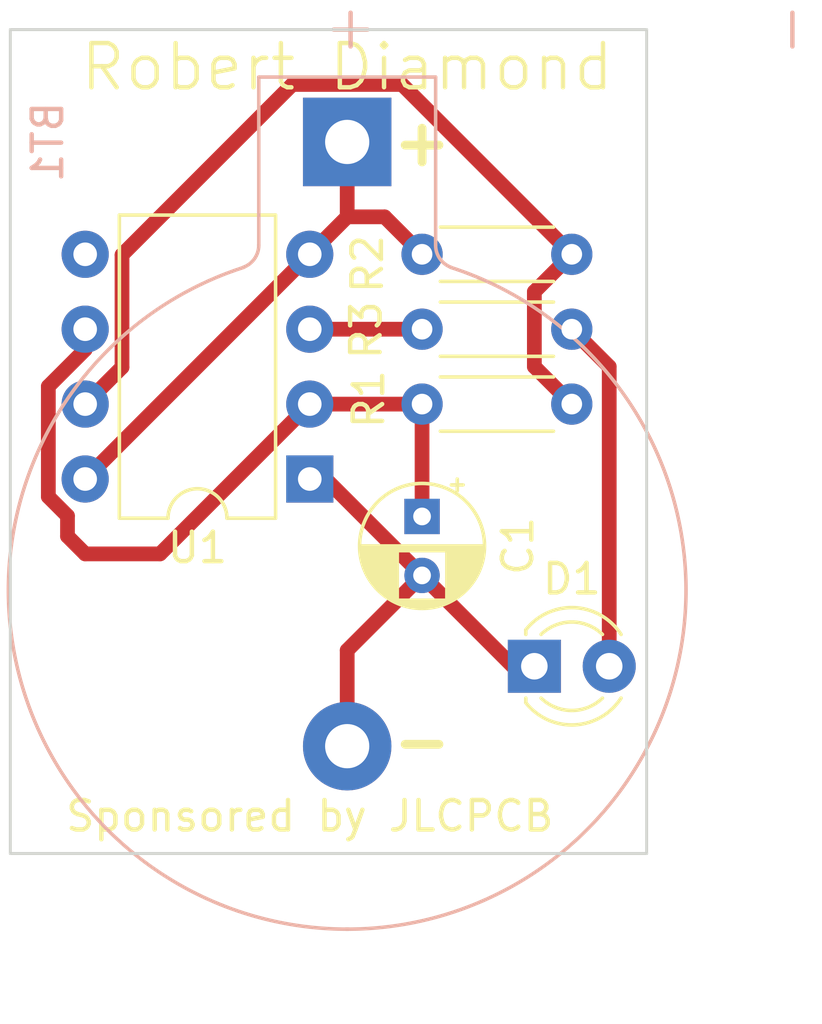
<source format=kicad_pcb>
(kicad_pcb (version 20171130) (host pcbnew "(5.1.10-1-10_14)")

  (general
    (thickness 1.6)
    (drawings 8)
    (tracks 32)
    (zones 0)
    (modules 7)
    (nets 8)
  )

  (page A4)
  (layers
    (0 F.Cu signal)
    (31 B.Cu signal)
    (32 B.Adhes user)
    (33 F.Adhes user)
    (34 B.Paste user)
    (35 F.Paste user)
    (36 B.SilkS user)
    (37 F.SilkS user)
    (38 B.Mask user)
    (39 F.Mask user)
    (40 Dwgs.User user)
    (41 Cmts.User user)
    (42 Eco1.User user)
    (43 Eco2.User user)
    (44 Edge.Cuts user)
    (45 Margin user)
    (46 B.CrtYd user)
    (47 F.CrtYd user)
    (48 B.Fab user)
    (49 F.Fab user)
  )

  (setup
    (last_trace_width 0.25)
    (user_trace_width 0.5)
    (user_trace_width 0.75)
    (trace_clearance 0.2)
    (zone_clearance 0.508)
    (zone_45_only no)
    (trace_min 0.2)
    (via_size 0.8)
    (via_drill 0.4)
    (via_min_size 0.4)
    (via_min_drill 0.3)
    (uvia_size 0.3)
    (uvia_drill 0.1)
    (uvias_allowed no)
    (uvia_min_size 0.2)
    (uvia_min_drill 0.1)
    (edge_width 0.05)
    (segment_width 0.2)
    (pcb_text_width 0.3)
    (pcb_text_size 1.5 1.5)
    (mod_edge_width 0.12)
    (mod_text_size 1 1)
    (mod_text_width 0.15)
    (pad_size 1.524 1.524)
    (pad_drill 0.762)
    (pad_to_mask_clearance 0)
    (aux_axis_origin 0 0)
    (grid_origin 144.78 68.58)
    (visible_elements FFFFFF7F)
    (pcbplotparams
      (layerselection 0x210fc_ffffffff)
      (usegerberextensions false)
      (usegerberattributes true)
      (usegerberadvancedattributes true)
      (creategerberjobfile true)
      (excludeedgelayer true)
      (linewidth 0.100000)
      (plotframeref false)
      (viasonmask false)
      (mode 1)
      (useauxorigin false)
      (hpglpennumber 1)
      (hpglpenspeed 20)
      (hpglpendiameter 15.000000)
      (psnegative false)
      (psa4output false)
      (plotreference true)
      (plotvalue true)
      (plotinvisibletext false)
      (padsonsilk false)
      (subtractmaskfromsilk false)
      (outputformat 1)
      (mirror false)
      (drillshape 0)
      (scaleselection 1)
      (outputdirectory ""))
  )

  (net 0 "")
  (net 1 +3V0)
  (net 2 GND)
  (net 3 "Net-(C1-Pad1)")
  (net 4 "Net-(D1-Pad2)")
  (net 5 "Net-(R1-Pad1)")
  (net 6 "Net-(R3-Pad2)")
  (net 7 "Net-(U1-Pad5)")

  (net_class Default "This is the default net class."
    (clearance 0.2)
    (trace_width 0.25)
    (via_dia 0.8)
    (via_drill 0.4)
    (uvia_dia 0.3)
    (uvia_drill 0.1)
    (add_net +3V0)
    (add_net GND)
    (add_net "Net-(C1-Pad1)")
    (add_net "Net-(D1-Pad2)")
    (add_net "Net-(R1-Pad1)")
    (add_net "Net-(R3-Pad2)")
    (add_net "Net-(U1-Pad5)")
  )

  (module Battery:BatteryHolder_Keystone_103_1x20mm (layer B.Cu) (tedit 5787C32C) (tstamp 618D61D3)
    (at 156.21 44.45 270)
    (descr http://www.keyelco.com/product-pdf.cfm?p=719)
    (tags "Keystone type 103 battery holder")
    (path /618D4338)
    (fp_text reference BT1 (at 0 10.16 270) (layer B.SilkS)
      (effects (font (size 1 1) (thickness 0.15)) (justify mirror))
    )
    (fp_text value Battery (at 27.165 -8.715 90) (layer B.Fab)
      (effects (font (size 1 1) (thickness 0.15)) (justify mirror))
    )
    (fp_line (start 0 1.3) (end 0 -1.3) (layer B.Fab) (width 0.1))
    (fp_line (start 16.2 1.3) (end 0 1.3) (layer B.Fab) (width 0.1))
    (fp_line (start 0 -1.3) (end 16.2 -1.3) (layer B.Fab) (width 0.1))
    (fp_line (start -2.1 2.5) (end -2.1 -2.5) (layer B.Fab) (width 0.1))
    (fp_line (start -1.7 -2.9) (end 3.5306 -2.9) (layer B.Fab) (width 0.1))
    (fp_line (start 3.5306 2.9) (end -1.7 2.9) (layer B.Fab) (width 0.1))
    (fp_line (start 23.5712 7.7216) (end 22.6314 6.858) (layer B.Fab) (width 0.1))
    (fp_line (start 23.5712 -7.7216) (end 22.6568 -6.8834) (layer B.Fab) (width 0.1))
    (fp_line (start -2.2 -3) (end 3.5 -3) (layer B.SilkS) (width 0.12))
    (fp_line (start -2.2 -3) (end -2.2 3) (layer B.SilkS) (width 0.12))
    (fp_line (start -2.2 3) (end 3.5 3) (layer B.SilkS) (width 0.12))
    (fp_line (start -2.45 -3.25) (end -2.45 3.25) (layer B.CrtYd) (width 0.05))
    (fp_line (start -2.45 -3.25) (end 3.5 -3.25) (layer B.CrtYd) (width 0.05))
    (fp_line (start -2.45 3.25) (end 3.5 3.25) (layer B.CrtYd) (width 0.05))
    (fp_text user - (at -3.81 -14.99 90) (layer B.SilkS)
      (effects (font (size 1.5 1.5) (thickness 0.15)) (justify mirror))
    )
    (fp_arc (start -1.7 2.5) (end -2.1 2.5) (angle -90) (layer B.Fab) (width 0.1))
    (fp_arc (start -1.7 -2.5) (end -2.1 -2.5) (angle 90) (layer B.Fab) (width 0.1))
    (fp_arc (start 16.2 0) (end 16.2 1.3) (angle -180) (layer B.Fab) (width 0.1))
    (fp_arc (start 3.5 3.8) (end 3.5 2.9) (angle 70) (layer B.Fab) (width 0.1))
    (fp_arc (start 15.2 0) (end 5.2 1.3) (angle -180) (layer B.Fab) (width 0.1))
    (fp_arc (start 15.2 0) (end 9 1.3) (angle -170) (layer B.Fab) (width 0.1))
    (fp_arc (start 15.2 0) (end 13.3 1.3) (angle -150) (layer B.Fab) (width 0.1))
    (fp_arc (start 15.2 0) (end 13.3 -1.3) (angle 150) (layer B.Fab) (width 0.1))
    (fp_arc (start 15.2 0) (end 9 -1.3) (angle 170) (layer B.Fab) (width 0.1))
    (fp_arc (start 15.2 0) (end 5.2 -1.3) (angle 180) (layer B.Fab) (width 0.1))
    (fp_arc (start 15.2 0) (end 4.35 3.5) (angle -162.5) (layer B.Fab) (width 0.1))
    (fp_arc (start 15.2 0) (end 4.35 -3.5) (angle 162.5) (layer B.Fab) (width 0.1))
    (fp_arc (start 3.5 -3.8) (end 3.5 -2.9) (angle -70) (layer B.Fab) (width 0.1))
    (fp_arc (start 3.5 3.8) (end 3.5 3) (angle 70) (layer B.SilkS) (width 0.12))
    (fp_arc (start 15.2 0) (end 4.25 3.5) (angle -162.5) (layer B.SilkS) (width 0.12))
    (fp_arc (start 3.5 -3.8) (end 3.5 -3) (angle -70) (layer B.SilkS) (width 0.12))
    (fp_arc (start 15.2 0) (end 4.25 -3.5) (angle 162.5) (layer B.SilkS) (width 0.12))
    (fp_arc (start 3.5 3.8) (end 3.5 3.25) (angle 70) (layer B.CrtYd) (width 0.05))
    (fp_arc (start 3.5 -3.8) (end 3.5 -3.25) (angle -70) (layer B.CrtYd) (width 0.05))
    (fp_arc (start 15.2 0) (end 4.01 3.6) (angle -162.5) (layer B.CrtYd) (width 0.05))
    (fp_arc (start 15.2 0) (end 4.01 -3.6) (angle 162.5) (layer B.CrtYd) (width 0.05))
    (fp_text user %R (at 0 10.16 90) (layer B.Fab)
      (effects (font (size 1 1) (thickness 0.15)) (justify mirror))
    )
    (fp_text user + (at -3.81 0 90) (layer B.SilkS)
      (effects (font (size 1.5 1.5) (thickness 0.15)) (justify mirror))
    )
    (pad 1 thru_hole rect (at 0 0 270) (size 3 3) (drill 1.5) (layers *.Cu *.Mask)
      (net 1 +3V0))
    (pad 2 thru_hole circle (at 20.49 0 270) (size 3 3) (drill 1.5) (layers *.Cu *.Mask)
      (net 2 GND))
    (model ${KISYS3DMOD}/Battery.3dshapes/BatteryHolder_Keystone_103_1x20mm.wrl
      (at (xyz 0 0 0))
      (scale (xyz 1 1 1))
      (rotate (xyz 0 0 0))
    )
  )

  (module Capacitor_THT:CP_Radial_D4.0mm_P2.00mm (layer F.Cu) (tedit 5AE50EF0) (tstamp 618D112A)
    (at 158.75 57.15 270)
    (descr "CP, Radial series, Radial, pin pitch=2.00mm, , diameter=4mm, Electrolytic Capacitor")
    (tags "CP Radial series Radial pin pitch 2.00mm  diameter 4mm Electrolytic Capacitor")
    (path /618CEF9E)
    (fp_text reference C1 (at 1 -3.25 90) (layer F.SilkS)
      (effects (font (size 1 1) (thickness 0.15)))
    )
    (fp_text value 1u (at 2.54 3.25 90) (layer F.Fab)
      (effects (font (size 1 1) (thickness 0.15)))
    )
    (fp_line (start -1.069801 -1.395) (end -1.069801 -0.995) (layer F.SilkS) (width 0.12))
    (fp_line (start -1.269801 -1.195) (end -0.869801 -1.195) (layer F.SilkS) (width 0.12))
    (fp_line (start 3.081 -0.37) (end 3.081 0.37) (layer F.SilkS) (width 0.12))
    (fp_line (start 3.041 -0.537) (end 3.041 0.537) (layer F.SilkS) (width 0.12))
    (fp_line (start 3.001 -0.664) (end 3.001 0.664) (layer F.SilkS) (width 0.12))
    (fp_line (start 2.961 -0.768) (end 2.961 0.768) (layer F.SilkS) (width 0.12))
    (fp_line (start 2.921 -0.859) (end 2.921 0.859) (layer F.SilkS) (width 0.12))
    (fp_line (start 2.881 -0.94) (end 2.881 0.94) (layer F.SilkS) (width 0.12))
    (fp_line (start 2.841 -1.013) (end 2.841 1.013) (layer F.SilkS) (width 0.12))
    (fp_line (start 2.801 0.84) (end 2.801 1.08) (layer F.SilkS) (width 0.12))
    (fp_line (start 2.801 -1.08) (end 2.801 -0.84) (layer F.SilkS) (width 0.12))
    (fp_line (start 2.761 0.84) (end 2.761 1.142) (layer F.SilkS) (width 0.12))
    (fp_line (start 2.761 -1.142) (end 2.761 -0.84) (layer F.SilkS) (width 0.12))
    (fp_line (start 2.721 0.84) (end 2.721 1.2) (layer F.SilkS) (width 0.12))
    (fp_line (start 2.721 -1.2) (end 2.721 -0.84) (layer F.SilkS) (width 0.12))
    (fp_line (start 2.681 0.84) (end 2.681 1.254) (layer F.SilkS) (width 0.12))
    (fp_line (start 2.681 -1.254) (end 2.681 -0.84) (layer F.SilkS) (width 0.12))
    (fp_line (start 2.641 0.84) (end 2.641 1.304) (layer F.SilkS) (width 0.12))
    (fp_line (start 2.641 -1.304) (end 2.641 -0.84) (layer F.SilkS) (width 0.12))
    (fp_line (start 2.601 0.84) (end 2.601 1.351) (layer F.SilkS) (width 0.12))
    (fp_line (start 2.601 -1.351) (end 2.601 -0.84) (layer F.SilkS) (width 0.12))
    (fp_line (start 2.561 0.84) (end 2.561 1.396) (layer F.SilkS) (width 0.12))
    (fp_line (start 2.561 -1.396) (end 2.561 -0.84) (layer F.SilkS) (width 0.12))
    (fp_line (start 2.521 0.84) (end 2.521 1.438) (layer F.SilkS) (width 0.12))
    (fp_line (start 2.521 -1.438) (end 2.521 -0.84) (layer F.SilkS) (width 0.12))
    (fp_line (start 2.481 0.84) (end 2.481 1.478) (layer F.SilkS) (width 0.12))
    (fp_line (start 2.481 -1.478) (end 2.481 -0.84) (layer F.SilkS) (width 0.12))
    (fp_line (start 2.441 0.84) (end 2.441 1.516) (layer F.SilkS) (width 0.12))
    (fp_line (start 2.441 -1.516) (end 2.441 -0.84) (layer F.SilkS) (width 0.12))
    (fp_line (start 2.401 0.84) (end 2.401 1.552) (layer F.SilkS) (width 0.12))
    (fp_line (start 2.401 -1.552) (end 2.401 -0.84) (layer F.SilkS) (width 0.12))
    (fp_line (start 2.361 0.84) (end 2.361 1.587) (layer F.SilkS) (width 0.12))
    (fp_line (start 2.361 -1.587) (end 2.361 -0.84) (layer F.SilkS) (width 0.12))
    (fp_line (start 2.321 0.84) (end 2.321 1.619) (layer F.SilkS) (width 0.12))
    (fp_line (start 2.321 -1.619) (end 2.321 -0.84) (layer F.SilkS) (width 0.12))
    (fp_line (start 2.281 0.84) (end 2.281 1.65) (layer F.SilkS) (width 0.12))
    (fp_line (start 2.281 -1.65) (end 2.281 -0.84) (layer F.SilkS) (width 0.12))
    (fp_line (start 2.241 0.84) (end 2.241 1.68) (layer F.SilkS) (width 0.12))
    (fp_line (start 2.241 -1.68) (end 2.241 -0.84) (layer F.SilkS) (width 0.12))
    (fp_line (start 2.201 0.84) (end 2.201 1.708) (layer F.SilkS) (width 0.12))
    (fp_line (start 2.201 -1.708) (end 2.201 -0.84) (layer F.SilkS) (width 0.12))
    (fp_line (start 2.161 0.84) (end 2.161 1.735) (layer F.SilkS) (width 0.12))
    (fp_line (start 2.161 -1.735) (end 2.161 -0.84) (layer F.SilkS) (width 0.12))
    (fp_line (start 2.121 0.84) (end 2.121 1.76) (layer F.SilkS) (width 0.12))
    (fp_line (start 2.121 -1.76) (end 2.121 -0.84) (layer F.SilkS) (width 0.12))
    (fp_line (start 2.081 0.84) (end 2.081 1.785) (layer F.SilkS) (width 0.12))
    (fp_line (start 2.081 -1.785) (end 2.081 -0.84) (layer F.SilkS) (width 0.12))
    (fp_line (start 2.041 0.84) (end 2.041 1.808) (layer F.SilkS) (width 0.12))
    (fp_line (start 2.041 -1.808) (end 2.041 -0.84) (layer F.SilkS) (width 0.12))
    (fp_line (start 2.001 0.84) (end 2.001 1.83) (layer F.SilkS) (width 0.12))
    (fp_line (start 2.001 -1.83) (end 2.001 -0.84) (layer F.SilkS) (width 0.12))
    (fp_line (start 1.961 0.84) (end 1.961 1.851) (layer F.SilkS) (width 0.12))
    (fp_line (start 1.961 -1.851) (end 1.961 -0.84) (layer F.SilkS) (width 0.12))
    (fp_line (start 1.921 0.84) (end 1.921 1.87) (layer F.SilkS) (width 0.12))
    (fp_line (start 1.921 -1.87) (end 1.921 -0.84) (layer F.SilkS) (width 0.12))
    (fp_line (start 1.881 0.84) (end 1.881 1.889) (layer F.SilkS) (width 0.12))
    (fp_line (start 1.881 -1.889) (end 1.881 -0.84) (layer F.SilkS) (width 0.12))
    (fp_line (start 1.841 0.84) (end 1.841 1.907) (layer F.SilkS) (width 0.12))
    (fp_line (start 1.841 -1.907) (end 1.841 -0.84) (layer F.SilkS) (width 0.12))
    (fp_line (start 1.801 0.84) (end 1.801 1.924) (layer F.SilkS) (width 0.12))
    (fp_line (start 1.801 -1.924) (end 1.801 -0.84) (layer F.SilkS) (width 0.12))
    (fp_line (start 1.761 0.84) (end 1.761 1.94) (layer F.SilkS) (width 0.12))
    (fp_line (start 1.761 -1.94) (end 1.761 -0.84) (layer F.SilkS) (width 0.12))
    (fp_line (start 1.721 0.84) (end 1.721 1.954) (layer F.SilkS) (width 0.12))
    (fp_line (start 1.721 -1.954) (end 1.721 -0.84) (layer F.SilkS) (width 0.12))
    (fp_line (start 1.68 0.84) (end 1.68 1.968) (layer F.SilkS) (width 0.12))
    (fp_line (start 1.68 -1.968) (end 1.68 -0.84) (layer F.SilkS) (width 0.12))
    (fp_line (start 1.64 0.84) (end 1.64 1.982) (layer F.SilkS) (width 0.12))
    (fp_line (start 1.64 -1.982) (end 1.64 -0.84) (layer F.SilkS) (width 0.12))
    (fp_line (start 1.6 0.84) (end 1.6 1.994) (layer F.SilkS) (width 0.12))
    (fp_line (start 1.6 -1.994) (end 1.6 -0.84) (layer F.SilkS) (width 0.12))
    (fp_line (start 1.56 0.84) (end 1.56 2.005) (layer F.SilkS) (width 0.12))
    (fp_line (start 1.56 -2.005) (end 1.56 -0.84) (layer F.SilkS) (width 0.12))
    (fp_line (start 1.52 0.84) (end 1.52 2.016) (layer F.SilkS) (width 0.12))
    (fp_line (start 1.52 -2.016) (end 1.52 -0.84) (layer F.SilkS) (width 0.12))
    (fp_line (start 1.48 0.84) (end 1.48 2.025) (layer F.SilkS) (width 0.12))
    (fp_line (start 1.48 -2.025) (end 1.48 -0.84) (layer F.SilkS) (width 0.12))
    (fp_line (start 1.44 0.84) (end 1.44 2.034) (layer F.SilkS) (width 0.12))
    (fp_line (start 1.44 -2.034) (end 1.44 -0.84) (layer F.SilkS) (width 0.12))
    (fp_line (start 1.4 0.84) (end 1.4 2.042) (layer F.SilkS) (width 0.12))
    (fp_line (start 1.4 -2.042) (end 1.4 -0.84) (layer F.SilkS) (width 0.12))
    (fp_line (start 1.36 0.84) (end 1.36 2.05) (layer F.SilkS) (width 0.12))
    (fp_line (start 1.36 -2.05) (end 1.36 -0.84) (layer F.SilkS) (width 0.12))
    (fp_line (start 1.32 0.84) (end 1.32 2.056) (layer F.SilkS) (width 0.12))
    (fp_line (start 1.32 -2.056) (end 1.32 -0.84) (layer F.SilkS) (width 0.12))
    (fp_line (start 1.28 0.84) (end 1.28 2.062) (layer F.SilkS) (width 0.12))
    (fp_line (start 1.28 -2.062) (end 1.28 -0.84) (layer F.SilkS) (width 0.12))
    (fp_line (start 1.24 0.84) (end 1.24 2.067) (layer F.SilkS) (width 0.12))
    (fp_line (start 1.24 -2.067) (end 1.24 -0.84) (layer F.SilkS) (width 0.12))
    (fp_line (start 1.2 0.84) (end 1.2 2.071) (layer F.SilkS) (width 0.12))
    (fp_line (start 1.2 -2.071) (end 1.2 -0.84) (layer F.SilkS) (width 0.12))
    (fp_line (start 1.16 -2.074) (end 1.16 2.074) (layer F.SilkS) (width 0.12))
    (fp_line (start 1.12 -2.077) (end 1.12 2.077) (layer F.SilkS) (width 0.12))
    (fp_line (start 1.08 -2.079) (end 1.08 2.079) (layer F.SilkS) (width 0.12))
    (fp_line (start 1.04 -2.08) (end 1.04 2.08) (layer F.SilkS) (width 0.12))
    (fp_line (start 1 -2.08) (end 1 2.08) (layer F.SilkS) (width 0.12))
    (fp_line (start -0.502554 -1.0675) (end -0.502554 -0.6675) (layer F.Fab) (width 0.1))
    (fp_line (start -0.702554 -0.8675) (end -0.302554 -0.8675) (layer F.Fab) (width 0.1))
    (fp_circle (center 1 0) (end 3.25 0) (layer F.CrtYd) (width 0.05))
    (fp_circle (center 1 0) (end 3.12 0) (layer F.SilkS) (width 0.12))
    (fp_circle (center 1 0) (end 3 0) (layer F.Fab) (width 0.1))
    (fp_text user %R (at 1 0 90) (layer F.Fab)
      (effects (font (size 0.8 0.8) (thickness 0.12)))
    )
    (pad 1 thru_hole rect (at 0 0 270) (size 1.2 1.2) (drill 0.6) (layers *.Cu *.Mask)
      (net 3 "Net-(C1-Pad1)"))
    (pad 2 thru_hole circle (at 2 0 270) (size 1.2 1.2) (drill 0.6) (layers *.Cu *.Mask)
      (net 2 GND))
    (model ${KISYS3DMOD}/Capacitor_THT.3dshapes/CP_Radial_D4.0mm_P2.00mm.wrl
      (at (xyz 0 0 0))
      (scale (xyz 1 1 1))
      (rotate (xyz 0 0 0))
    )
  )

  (module LED_THT:LED_D3.0mm (layer F.Cu) (tedit 587A3A7B) (tstamp 618D0A14)
    (at 162.56 62.23)
    (descr "LED, diameter 3.0mm, 2 pins")
    (tags "LED diameter 3.0mm 2 pins")
    (path /618D178F)
    (fp_text reference D1 (at 1.27 -2.96) (layer F.SilkS)
      (effects (font (size 1 1) (thickness 0.15)))
    )
    (fp_text value LED (at 1.27 2.96) (layer F.Fab)
      (effects (font (size 1 1) (thickness 0.15)))
    )
    (fp_line (start 3.7 -2.25) (end -1.15 -2.25) (layer F.CrtYd) (width 0.05))
    (fp_line (start 3.7 2.25) (end 3.7 -2.25) (layer F.CrtYd) (width 0.05))
    (fp_line (start -1.15 2.25) (end 3.7 2.25) (layer F.CrtYd) (width 0.05))
    (fp_line (start -1.15 -2.25) (end -1.15 2.25) (layer F.CrtYd) (width 0.05))
    (fp_line (start -0.29 1.08) (end -0.29 1.236) (layer F.SilkS) (width 0.12))
    (fp_line (start -0.29 -1.236) (end -0.29 -1.08) (layer F.SilkS) (width 0.12))
    (fp_line (start -0.23 -1.16619) (end -0.23 1.16619) (layer F.Fab) (width 0.1))
    (fp_circle (center 1.27 0) (end 2.77 0) (layer F.Fab) (width 0.1))
    (fp_arc (start 1.27 0) (end -0.23 -1.16619) (angle 284.3) (layer F.Fab) (width 0.1))
    (fp_arc (start 1.27 0) (end -0.29 -1.235516) (angle 108.8) (layer F.SilkS) (width 0.12))
    (fp_arc (start 1.27 0) (end -0.29 1.235516) (angle -108.8) (layer F.SilkS) (width 0.12))
    (fp_arc (start 1.27 0) (end 0.229039 -1.08) (angle 87.9) (layer F.SilkS) (width 0.12))
    (fp_arc (start 1.27 0) (end 0.229039 1.08) (angle -87.9) (layer F.SilkS) (width 0.12))
    (pad 1 thru_hole rect (at 0 0) (size 1.8 1.8) (drill 0.9) (layers *.Cu *.Mask)
      (net 2 GND))
    (pad 2 thru_hole circle (at 2.54 0) (size 1.8 1.8) (drill 0.9) (layers *.Cu *.Mask)
      (net 4 "Net-(D1-Pad2)"))
    (model ${KISYS3DMOD}/LED_THT.3dshapes/LED_D3.0mm.wrl
      (at (xyz 0 0 0))
      (scale (xyz 1 1 1))
      (rotate (xyz 0 0 0))
    )
  )

  (module Resistor_THT:R_Axial_DIN0204_L3.6mm_D1.6mm_P5.08mm_Horizontal (layer F.Cu) (tedit 5AE5139B) (tstamp 618D0A27)
    (at 163.83 53.34 180)
    (descr "Resistor, Axial_DIN0204 series, Axial, Horizontal, pin pitch=5.08mm, 0.167W, length*diameter=3.6*1.6mm^2, http://cdn-reichelt.de/documents/datenblatt/B400/1_4W%23YAG.pdf")
    (tags "Resistor Axial_DIN0204 series Axial Horizontal pin pitch 5.08mm 0.167W length 3.6mm diameter 1.6mm")
    (path /618CCCC5)
    (fp_text reference R1 (at 6.888404 0.168353 90) (layer F.SilkS)
      (effects (font (size 1 1) (thickness 0.15)))
    )
    (fp_text value 1M (at 0.442132 -2.148445) (layer F.Fab)
      (effects (font (size 1 1) (thickness 0.15)))
    )
    (fp_line (start 0.74 -0.8) (end 0.74 0.8) (layer F.Fab) (width 0.1))
    (fp_line (start 0.74 0.8) (end 4.34 0.8) (layer F.Fab) (width 0.1))
    (fp_line (start 4.34 0.8) (end 4.34 -0.8) (layer F.Fab) (width 0.1))
    (fp_line (start 4.34 -0.8) (end 0.74 -0.8) (layer F.Fab) (width 0.1))
    (fp_line (start 0 0) (end 0.74 0) (layer F.Fab) (width 0.1))
    (fp_line (start 5.08 0) (end 4.34 0) (layer F.Fab) (width 0.1))
    (fp_line (start 0.62 -0.92) (end 4.46 -0.92) (layer F.SilkS) (width 0.12))
    (fp_line (start 0.62 0.92) (end 4.46 0.92) (layer F.SilkS) (width 0.12))
    (fp_line (start -0.95 -1.05) (end -0.95 1.05) (layer F.CrtYd) (width 0.05))
    (fp_line (start -0.95 1.05) (end 6.03 1.05) (layer F.CrtYd) (width 0.05))
    (fp_line (start 6.03 1.05) (end 6.03 -1.05) (layer F.CrtYd) (width 0.05))
    (fp_line (start 6.03 -1.05) (end -0.95 -1.05) (layer F.CrtYd) (width 0.05))
    (fp_text user %R (at 2.54 0) (layer F.Fab)
      (effects (font (size 0.72 0.72) (thickness 0.108)))
    )
    (pad 2 thru_hole oval (at 5.08 0 180) (size 1.4 1.4) (drill 0.7) (layers *.Cu *.Mask)
      (net 3 "Net-(C1-Pad1)"))
    (pad 1 thru_hole circle (at 0 0 180) (size 1.4 1.4) (drill 0.7) (layers *.Cu *.Mask)
      (net 5 "Net-(R1-Pad1)"))
    (model ${KISYS3DMOD}/Resistor_THT.3dshapes/R_Axial_DIN0204_L3.6mm_D1.6mm_P5.08mm_Horizontal.wrl
      (at (xyz 0 0 0))
      (scale (xyz 1 1 1))
      (rotate (xyz 0 0 0))
    )
  )

  (module Resistor_THT:R_Axial_DIN0204_L3.6mm_D1.6mm_P5.08mm_Horizontal (layer F.Cu) (tedit 5AE5139B) (tstamp 618FF1F4)
    (at 158.75 48.26)
    (descr "Resistor, Axial_DIN0204 series, Axial, Horizontal, pin pitch=5.08mm, 0.167W, length*diameter=3.6*1.6mm^2, http://cdn-reichelt.de/documents/datenblatt/B400/1_4W%23YAG.pdf")
    (tags "Resistor Axial_DIN0204 series Axial Horizontal pin pitch 5.08mm 0.167W length 3.6mm diameter 1.6mm")
    (path /618CBC3D)
    (fp_text reference R2 (at -1.85247 0.328793 90) (layer F.SilkS)
      (effects (font (size 1 1) (thickness 0.15)))
    )
    (fp_text value 1k (at 6.91976 2.468369 90) (layer F.Fab)
      (effects (font (size 1 1) (thickness 0.15)))
    )
    (fp_line (start 6.03 -1.05) (end -0.95 -1.05) (layer F.CrtYd) (width 0.05))
    (fp_line (start 6.03 1.05) (end 6.03 -1.05) (layer F.CrtYd) (width 0.05))
    (fp_line (start -0.95 1.05) (end 6.03 1.05) (layer F.CrtYd) (width 0.05))
    (fp_line (start -0.95 -1.05) (end -0.95 1.05) (layer F.CrtYd) (width 0.05))
    (fp_line (start 0.62 0.92) (end 4.46 0.92) (layer F.SilkS) (width 0.12))
    (fp_line (start 0.62 -0.92) (end 4.46 -0.92) (layer F.SilkS) (width 0.12))
    (fp_line (start 5.08 0) (end 4.34 0) (layer F.Fab) (width 0.1))
    (fp_line (start 0 0) (end 0.74 0) (layer F.Fab) (width 0.1))
    (fp_line (start 4.34 -0.8) (end 0.74 -0.8) (layer F.Fab) (width 0.1))
    (fp_line (start 4.34 0.8) (end 4.34 -0.8) (layer F.Fab) (width 0.1))
    (fp_line (start 0.74 0.8) (end 4.34 0.8) (layer F.Fab) (width 0.1))
    (fp_line (start 0.74 -0.8) (end 0.74 0.8) (layer F.Fab) (width 0.1))
    (fp_text user %R (at 2.54 0) (layer F.Fab)
      (effects (font (size 0.72 0.72) (thickness 0.108)))
    )
    (pad 1 thru_hole circle (at 0 0) (size 1.4 1.4) (drill 0.7) (layers *.Cu *.Mask)
      (net 1 +3V0))
    (pad 2 thru_hole oval (at 5.08 0) (size 1.4 1.4) (drill 0.7) (layers *.Cu *.Mask)
      (net 5 "Net-(R1-Pad1)"))
    (model ${KISYS3DMOD}/Resistor_THT.3dshapes/R_Axial_DIN0204_L3.6mm_D1.6mm_P5.08mm_Horizontal.wrl
      (at (xyz 0 0 0))
      (scale (xyz 1 1 1))
      (rotate (xyz 0 0 0))
    )
  )

  (module Resistor_THT:R_Axial_DIN0204_L3.6mm_D1.6mm_P5.08mm_Horizontal (layer F.Cu) (tedit 5AE5139B) (tstamp 618D0EFB)
    (at 163.83 50.8 180)
    (descr "Resistor, Axial_DIN0204 series, Axial, Horizontal, pin pitch=5.08mm, 0.167W, length*diameter=3.6*1.6mm^2, http://cdn-reichelt.de/documents/datenblatt/B400/1_4W%23YAG.pdf")
    (tags "Resistor Axial_DIN0204 series Axial Horizontal pin pitch 5.08mm 0.167W length 3.6mm diameter 1.6mm")
    (path /618D2D19)
    (fp_text reference R3 (at 6.976536 -0.036154 90) (layer F.SilkS)
      (effects (font (size 1 1) (thickness 0.15)))
    )
    (fp_text value 1k (at -0.220353 4.674674) (layer F.Fab)
      (effects (font (size 1 1) (thickness 0.15)))
    )
    (fp_line (start 6.03 -1.05) (end -0.95 -1.05) (layer F.CrtYd) (width 0.05))
    (fp_line (start 6.03 1.05) (end 6.03 -1.05) (layer F.CrtYd) (width 0.05))
    (fp_line (start -0.95 1.05) (end 6.03 1.05) (layer F.CrtYd) (width 0.05))
    (fp_line (start -0.95 -1.05) (end -0.95 1.05) (layer F.CrtYd) (width 0.05))
    (fp_line (start 0.62 0.92) (end 4.46 0.92) (layer F.SilkS) (width 0.12))
    (fp_line (start 0.62 -0.92) (end 4.46 -0.92) (layer F.SilkS) (width 0.12))
    (fp_line (start 5.08 0) (end 4.34 0) (layer F.Fab) (width 0.1))
    (fp_line (start 0 0) (end 0.74 0) (layer F.Fab) (width 0.1))
    (fp_line (start 4.34 -0.8) (end 0.74 -0.8) (layer F.Fab) (width 0.1))
    (fp_line (start 4.34 0.8) (end 4.34 -0.8) (layer F.Fab) (width 0.1))
    (fp_line (start 0.74 0.8) (end 4.34 0.8) (layer F.Fab) (width 0.1))
    (fp_line (start 0.74 -0.8) (end 0.74 0.8) (layer F.Fab) (width 0.1))
    (fp_text user %R (at 2.54 0) (layer F.Fab)
      (effects (font (size 0.72 0.72) (thickness 0.108)))
    )
    (pad 1 thru_hole circle (at 0 0 180) (size 1.4 1.4) (drill 0.7) (layers *.Cu *.Mask)
      (net 4 "Net-(D1-Pad2)"))
    (pad 2 thru_hole oval (at 5.08 0 180) (size 1.4 1.4) (drill 0.7) (layers *.Cu *.Mask)
      (net 6 "Net-(R3-Pad2)"))
    (model ${KISYS3DMOD}/Resistor_THT.3dshapes/R_Axial_DIN0204_L3.6mm_D1.6mm_P5.08mm_Horizontal.wrl
      (at (xyz 0 0 0))
      (scale (xyz 1 1 1))
      (rotate (xyz 0 0 0))
    )
  )

  (module Package_DIP:DIP-8_W7.62mm (layer F.Cu) (tedit 5A02E8C5) (tstamp 618D0A69)
    (at 154.94 55.88 180)
    (descr "8-lead though-hole mounted DIP package, row spacing 7.62 mm (300 mils)")
    (tags "THT DIP DIL PDIP 2.54mm 7.62mm 300mil")
    (path /618CA5A3)
    (fp_text reference U1 (at 3.81 -2.33) (layer F.SilkS)
      (effects (font (size 1 1) (thickness 0.15)))
    )
    (fp_text value NE555P (at 3.81 9.95) (layer F.Fab)
      (effects (font (size 1 1) (thickness 0.15)))
    )
    (fp_line (start 8.7 -1.55) (end -1.1 -1.55) (layer F.CrtYd) (width 0.05))
    (fp_line (start 8.7 9.15) (end 8.7 -1.55) (layer F.CrtYd) (width 0.05))
    (fp_line (start -1.1 9.15) (end 8.7 9.15) (layer F.CrtYd) (width 0.05))
    (fp_line (start -1.1 -1.55) (end -1.1 9.15) (layer F.CrtYd) (width 0.05))
    (fp_line (start 6.46 -1.33) (end 4.81 -1.33) (layer F.SilkS) (width 0.12))
    (fp_line (start 6.46 8.95) (end 6.46 -1.33) (layer F.SilkS) (width 0.12))
    (fp_line (start 1.16 8.95) (end 6.46 8.95) (layer F.SilkS) (width 0.12))
    (fp_line (start 1.16 -1.33) (end 1.16 8.95) (layer F.SilkS) (width 0.12))
    (fp_line (start 2.81 -1.33) (end 1.16 -1.33) (layer F.SilkS) (width 0.12))
    (fp_line (start 0.635 -0.27) (end 1.635 -1.27) (layer F.Fab) (width 0.1))
    (fp_line (start 0.635 8.89) (end 0.635 -0.27) (layer F.Fab) (width 0.1))
    (fp_line (start 6.985 8.89) (end 0.635 8.89) (layer F.Fab) (width 0.1))
    (fp_line (start 6.985 -1.27) (end 6.985 8.89) (layer F.Fab) (width 0.1))
    (fp_line (start 1.635 -1.27) (end 6.985 -1.27) (layer F.Fab) (width 0.1))
    (fp_arc (start 3.81 -1.33) (end 2.81 -1.33) (angle -180) (layer F.SilkS) (width 0.12))
    (fp_text user %R (at 3.81 3.81) (layer F.Fab)
      (effects (font (size 1 1) (thickness 0.15)))
    )
    (pad 1 thru_hole rect (at 0 0 180) (size 1.6 1.6) (drill 0.8) (layers *.Cu *.Mask)
      (net 2 GND))
    (pad 5 thru_hole oval (at 7.62 7.62 180) (size 1.6 1.6) (drill 0.8) (layers *.Cu *.Mask)
      (net 7 "Net-(U1-Pad5)"))
    (pad 2 thru_hole oval (at 0 2.54 180) (size 1.6 1.6) (drill 0.8) (layers *.Cu *.Mask)
      (net 3 "Net-(C1-Pad1)"))
    (pad 6 thru_hole oval (at 7.62 5.08 180) (size 1.6 1.6) (drill 0.8) (layers *.Cu *.Mask)
      (net 3 "Net-(C1-Pad1)"))
    (pad 3 thru_hole oval (at 0 5.08 180) (size 1.6 1.6) (drill 0.8) (layers *.Cu *.Mask)
      (net 6 "Net-(R3-Pad2)"))
    (pad 7 thru_hole oval (at 7.62 2.54 180) (size 1.6 1.6) (drill 0.8) (layers *.Cu *.Mask)
      (net 5 "Net-(R1-Pad1)"))
    (pad 4 thru_hole oval (at 0 7.62 180) (size 1.6 1.6) (drill 0.8) (layers *.Cu *.Mask)
      (net 1 +3V0))
    (pad 8 thru_hole oval (at 7.62 0 180) (size 1.6 1.6) (drill 0.8) (layers *.Cu *.Mask)
      (net 1 +3V0))
    (model ${KISYS3DMOD}/Package_DIP.3dshapes/DIP-8_W7.62mm.wrl
      (at (xyz 0 0 0))
      (scale (xyz 1 1 1))
      (rotate (xyz 0 0 0))
    )
  )

  (gr_text - (at 158.75 64.77) (layer F.SilkS)
    (effects (font (size 1.5 1.5) (thickness 0.3)))
  )
  (gr_text + (at 158.75 44.45) (layer F.SilkS)
    (effects (font (size 1.5 1.5) (thickness 0.3)))
  )
  (gr_text "Sponsored by JLCPCB" (at 154.94 67.31) (layer F.SilkS)
    (effects (font (size 1 1) (thickness 0.15)))
  )
  (gr_text "Robert Diamond" (at 156.21 41.91) (layer F.SilkS)
    (effects (font (size 1.5 1.5) (thickness 0.15)))
  )
  (gr_line (start 166.37 40.64) (end 166.37 68.58) (layer Edge.Cuts) (width 0.1))
  (gr_line (start 144.78 40.64) (end 166.37 40.64) (layer Edge.Cuts) (width 0.1))
  (gr_line (start 144.78 68.58) (end 144.78 40.64) (layer Edge.Cuts) (width 0.1))
  (gr_line (start 166.37 68.58) (end 144.78 68.58) (layer Edge.Cuts) (width 0.1))

  (segment (start 156.21 46.99) (end 154.94 48.26) (width 0.5) (layer F.Cu) (net 1))
  (segment (start 156.21 44.45) (end 156.21 46.99) (width 0.5) (layer F.Cu) (net 1))
  (segment (start 157.48 46.99) (end 158.75 48.26) (width 0.5) (layer F.Cu) (net 1))
  (segment (start 156.21 46.99) (end 157.48 46.99) (width 0.5) (layer F.Cu) (net 1))
  (segment (start 154.94 48.26) (end 147.32 55.88) (width 0.5) (layer F.Cu) (net 1))
  (segment (start 156.21 61.69) (end 158.75 59.15) (width 0.5) (layer F.Cu) (net 2))
  (segment (start 156.21 64.94) (end 156.21 61.69) (width 0.5) (layer F.Cu) (net 2))
  (segment (start 161.83 62.23) (end 162.56 62.23) (width 0.5) (layer F.Cu) (net 2))
  (segment (start 158.75 59.15) (end 161.83 62.23) (width 0.5) (layer F.Cu) (net 2))
  (segment (start 155.48 55.88) (end 154.94 55.88) (width 0.5) (layer F.Cu) (net 2))
  (segment (start 158.75 59.15) (end 155.48 55.88) (width 0.5) (layer F.Cu) (net 2))
  (segment (start 154.94 53.34) (end 158.75 53.34) (width 0.5) (layer F.Cu) (net 3))
  (segment (start 158.75 53.34) (end 158.75 57.15) (width 0.5) (layer F.Cu) (net 3))
  (segment (start 154.94 53.34) (end 149.86 58.42) (width 0.5) (layer F.Cu) (net 3))
  (segment (start 149.86 58.42) (end 147.32 58.42) (width 0.5) (layer F.Cu) (net 3))
  (segment (start 146.069999 52.739999) (end 147.32 51.489998) (width 0.5) (layer F.Cu) (net 3))
  (segment (start 146.069999 56.480001) (end 146.069999 52.739999) (width 0.5) (layer F.Cu) (net 3))
  (segment (start 146.719999 57.130001) (end 146.069999 56.480001) (width 0.5) (layer F.Cu) (net 3))
  (segment (start 147.32 51.489998) (end 147.32 50.8) (width 0.5) (layer F.Cu) (net 3))
  (segment (start 146.719999 57.130001) (end 146.719999 57.819999) (width 0.5) (layer F.Cu) (net 3))
  (segment (start 146.719999 57.819999) (end 147.32 58.42) (width 0.5) (layer F.Cu) (net 3))
  (segment (start 165.1 52.07) (end 163.83 50.8) (width 0.5) (layer F.Cu) (net 4))
  (segment (start 165.1 62.23) (end 165.1 52.07) (width 0.5) (layer F.Cu) (net 4))
  (segment (start 163.83 53.34) (end 162.56 52.07) (width 0.5) (layer F.Cu) (net 5))
  (segment (start 162.56 49.53) (end 163.83 48.26) (width 0.5) (layer F.Cu) (net 5))
  (segment (start 162.56 52.07) (end 162.56 49.53) (width 0.5) (layer F.Cu) (net 5))
  (segment (start 158.069999 42.499999) (end 163.83 48.26) (width 0.5) (layer F.Cu) (net 5))
  (segment (start 154.349999 42.499999) (end 158.069999 42.499999) (width 0.5) (layer F.Cu) (net 5))
  (segment (start 148.570001 48.279997) (end 154.349999 42.499999) (width 0.5) (layer F.Cu) (net 5))
  (segment (start 148.570001 52.089999) (end 148.570001 48.279997) (width 0.5) (layer F.Cu) (net 5))
  (segment (start 147.32 53.34) (end 148.570001 52.089999) (width 0.5) (layer F.Cu) (net 5))
  (segment (start 154.94 50.8) (end 158.75 50.8) (width 0.5) (layer F.Cu) (net 6))

)

</source>
